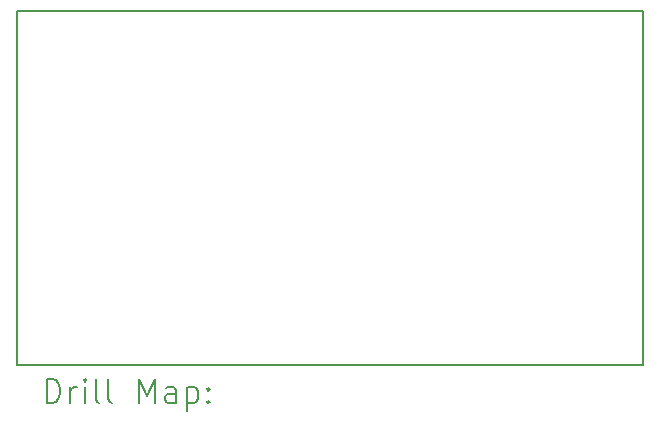
<source format=gbr>
%TF.GenerationSoftware,KiCad,Pcbnew,8.0.3*%
%TF.CreationDate,2024-06-13T11:50:00-06:00*%
%TF.ProjectId,PCB_Project,5043425f-5072-46f6-9a65-63742e6b6963,rev?*%
%TF.SameCoordinates,Original*%
%TF.FileFunction,Drillmap*%
%TF.FilePolarity,Positive*%
%FSLAX45Y45*%
G04 Gerber Fmt 4.5, Leading zero omitted, Abs format (unit mm)*
G04 Created by KiCad (PCBNEW 8.0.3) date 2024-06-13 11:50:00*
%MOMM*%
%LPD*%
G01*
G04 APERTURE LIST*
%ADD10C,0.200000*%
G04 APERTURE END LIST*
D10*
X9350000Y-6750000D02*
X14650000Y-6750000D01*
X14650000Y-9750000D01*
X9350000Y-9750000D01*
X9350000Y-6750000D01*
X9600777Y-10071484D02*
X9600777Y-9871484D01*
X9600777Y-9871484D02*
X9648396Y-9871484D01*
X9648396Y-9871484D02*
X9676967Y-9881008D01*
X9676967Y-9881008D02*
X9696015Y-9900055D01*
X9696015Y-9900055D02*
X9705539Y-9919103D01*
X9705539Y-9919103D02*
X9715063Y-9957198D01*
X9715063Y-9957198D02*
X9715063Y-9985770D01*
X9715063Y-9985770D02*
X9705539Y-10023865D01*
X9705539Y-10023865D02*
X9696015Y-10042912D01*
X9696015Y-10042912D02*
X9676967Y-10061960D01*
X9676967Y-10061960D02*
X9648396Y-10071484D01*
X9648396Y-10071484D02*
X9600777Y-10071484D01*
X9800777Y-10071484D02*
X9800777Y-9938150D01*
X9800777Y-9976246D02*
X9810301Y-9957198D01*
X9810301Y-9957198D02*
X9819824Y-9947674D01*
X9819824Y-9947674D02*
X9838872Y-9938150D01*
X9838872Y-9938150D02*
X9857920Y-9938150D01*
X9924586Y-10071484D02*
X9924586Y-9938150D01*
X9924586Y-9871484D02*
X9915063Y-9881008D01*
X9915063Y-9881008D02*
X9924586Y-9890531D01*
X9924586Y-9890531D02*
X9934110Y-9881008D01*
X9934110Y-9881008D02*
X9924586Y-9871484D01*
X9924586Y-9871484D02*
X9924586Y-9890531D01*
X10048396Y-10071484D02*
X10029348Y-10061960D01*
X10029348Y-10061960D02*
X10019824Y-10042912D01*
X10019824Y-10042912D02*
X10019824Y-9871484D01*
X10153158Y-10071484D02*
X10134110Y-10061960D01*
X10134110Y-10061960D02*
X10124586Y-10042912D01*
X10124586Y-10042912D02*
X10124586Y-9871484D01*
X10381729Y-10071484D02*
X10381729Y-9871484D01*
X10381729Y-9871484D02*
X10448396Y-10014341D01*
X10448396Y-10014341D02*
X10515063Y-9871484D01*
X10515063Y-9871484D02*
X10515063Y-10071484D01*
X10696015Y-10071484D02*
X10696015Y-9966722D01*
X10696015Y-9966722D02*
X10686491Y-9947674D01*
X10686491Y-9947674D02*
X10667444Y-9938150D01*
X10667444Y-9938150D02*
X10629348Y-9938150D01*
X10629348Y-9938150D02*
X10610301Y-9947674D01*
X10696015Y-10061960D02*
X10676967Y-10071484D01*
X10676967Y-10071484D02*
X10629348Y-10071484D01*
X10629348Y-10071484D02*
X10610301Y-10061960D01*
X10610301Y-10061960D02*
X10600777Y-10042912D01*
X10600777Y-10042912D02*
X10600777Y-10023865D01*
X10600777Y-10023865D02*
X10610301Y-10004817D01*
X10610301Y-10004817D02*
X10629348Y-9995293D01*
X10629348Y-9995293D02*
X10676967Y-9995293D01*
X10676967Y-9995293D02*
X10696015Y-9985770D01*
X10791253Y-9938150D02*
X10791253Y-10138150D01*
X10791253Y-9947674D02*
X10810301Y-9938150D01*
X10810301Y-9938150D02*
X10848396Y-9938150D01*
X10848396Y-9938150D02*
X10867444Y-9947674D01*
X10867444Y-9947674D02*
X10876967Y-9957198D01*
X10876967Y-9957198D02*
X10886491Y-9976246D01*
X10886491Y-9976246D02*
X10886491Y-10033389D01*
X10886491Y-10033389D02*
X10876967Y-10052436D01*
X10876967Y-10052436D02*
X10867444Y-10061960D01*
X10867444Y-10061960D02*
X10848396Y-10071484D01*
X10848396Y-10071484D02*
X10810301Y-10071484D01*
X10810301Y-10071484D02*
X10791253Y-10061960D01*
X10972205Y-10052436D02*
X10981729Y-10061960D01*
X10981729Y-10061960D02*
X10972205Y-10071484D01*
X10972205Y-10071484D02*
X10962682Y-10061960D01*
X10962682Y-10061960D02*
X10972205Y-10052436D01*
X10972205Y-10052436D02*
X10972205Y-10071484D01*
X10972205Y-9947674D02*
X10981729Y-9957198D01*
X10981729Y-9957198D02*
X10972205Y-9966722D01*
X10972205Y-9966722D02*
X10962682Y-9957198D01*
X10962682Y-9957198D02*
X10972205Y-9947674D01*
X10972205Y-9947674D02*
X10972205Y-9966722D01*
M02*

</source>
